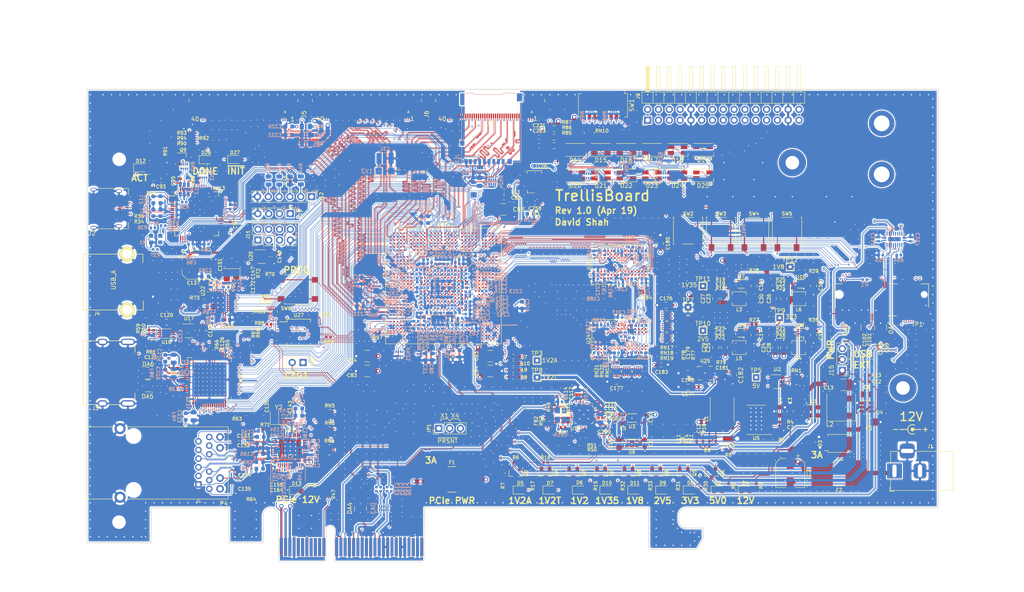
<source format=kicad_pcb>
(kicad_pcb (version 20210824) (generator pcbnew)

  (general
    (thickness 1.6)
  )

  (paper "A4")
  (layers
    (0 "F.Cu" signal)
    (1 "In1.Cu" signal)
    (2 "In2.Cu" signal)
    (3 "In3.Cu" signal)
    (4 "In4.Cu" signal)
    (5 "In5.Cu" signal)
    (6 "In6.Cu" signal)
    (31 "B.Cu" signal)
    (32 "B.Adhes" user "B.Adhesive")
    (33 "F.Adhes" user "F.Adhesive")
    (34 "B.Paste" user)
    (35 "F.Paste" user)
    (36 "B.SilkS" user "B.Silkscreen")
    (37 "F.SilkS" user "F.Silkscreen")
    (38 "B.Mask" user)
    (39 "F.Mask" user)
    (40 "Dwgs.User" user "User.Drawings")
    (41 "Cmts.User" user "User.Comments")
    (42 "Eco1.User" user "User.Eco1")
    (43 "Eco2.User" user "User.Eco2")
    (44 "Edge.Cuts" user)
    (45 "Margin" user)
    (46 "B.CrtYd" user "B.Courtyard")
    (47 "F.CrtYd" user "F.Courtyard")
    (48 "B.Fab" user)
    (49 "F.Fab" user)
  )

  (setup
    (pad_to_mask_clearance 0.051)
    (solder_mask_min_width 0.25)
    (pcbplotparams
      (layerselection 0x00010fc_ffffffff)
      (disableapertmacros false)
      (usegerberextensions true)
      (usegerberattributes false)
      (usegerberadvancedattributes false)
      (creategerberjobfile false)
      (svguseinch false)
      (svgprecision 6)
      (excludeedgelayer true)
      (plotframeref false)
      (viasonmask false)
      (mode 1)
      (useauxorigin false)
      (hpglpennumber 1)
      (hpglpenspeed 20)
      (hpglpendiameter 15.000000)
      (dxfpolygonmode true)
      (dxfimperialunits true)
      (dxfusepcbnewfont true)
      (psnegative false)
      (psa4output false)
      (plotreference true)
      (plotvalue false)
      (plotinvisibletext false)
      (sketchpadsonfab false)
      (subtractmaskfromsilk false)
      (outputformat 1)
      (mirror false)
      (drillshape 0)
      (scaleselection 1)
      (outputdirectory "mainboard_prod")
    )
  )

  (net 0 "")
  (net 1 "/PCIe + SATA/DCU1_REFCLK-")
  (net 2 "/PCIe + SATA/DCU1_REFCLK+")
  (net 3 "DDR3_A4")
  (net 4 "DDR3_A6")
  (net 5 "DDR3_A5")
  (net 6 "DDR3_A7")
  (net 7 "/DDR3/DDR3_VTT")
  (net 8 "Net-(R38-Pad2)")
  (net 9 "+3V3")
  (net 10 "/Power/1V2_EN")
  (net 11 "/Power/2V5_EN")
  (net 12 "/Power/1V35_EN")
  (net 13 "Net-(RN1-Pad4)")
  (net 14 "+5V")
  (net 15 "Net-(RN1-Pad5)")
  (net 16 "USD_D0")
  (net 17 "USD_D3")
  (net 18 "USD_CMD")
  (net 19 "USD_D2")
  (net 20 "Net-(RN23-Pad1)")
  (net 21 "GND")
  (net 22 "/FPGA IO/CFG0")
  (net 23 "Net-(RN23-Pad8)")
  (net 24 "/FPGA IO/CFG1")
  (net 25 "/FPGA IO/CFG2")
  (net 26 "/FPGA IO/FLASH_D3")
  (net 27 "/FPGA IO/FLASH_D1")
  (net 28 "/FPGA IO/FLASH_D2")
  (net 29 "/FPGA IO/FLASH_D0")
  (net 30 "DDR3_WE")
  (net 31 "DDR3_CKE")
  (net 32 "DDR3_CS")
  (net 33 "DDR3_ODT")
  (net 34 "DDR3_CAS")
  (net 35 "DDR3_BA2")
  (net 36 "DDR3_RAS")
  (net 37 "DDR3_BA1")
  (net 38 "DDR3_A12")
  (net 39 "DDR3_A14")
  (net 40 "DDR3_A13")
  (net 41 "DDR3_BA0")
  (net 42 "DDR3_A11")
  (net 43 "DDR3_A9")
  (net 44 "DDR3_A10")
  (net 45 "DDR3_A8")
  (net 46 "DDR3_A0")
  (net 47 "DDR3_A2")
  (net 48 "DDR3_A1")
  (net 49 "DDR3_A3")
  (net 50 "/HDMI, GbE, USB/ETH_LED2")
  (net 51 "ETH_~{RESET}")
  (net 52 "/HDMI, GbE, USB/ETH_LED1")
  (net 53 "RGMII_REF_CLK")
  (net 54 "Net-(D18-Pad4)")
  (net 55 "Net-(D20-Pad4)")
  (net 56 "Net-(D19-Pad4)")
  (net 57 "Net-(D21-Pad4)")
  (net 58 "Net-(D25-Pad4)")
  (net 59 "Net-(D23-Pad4)")
  (net 60 "Net-(D24-Pad4)")
  (net 61 "Net-(D22-Pad4)")
  (net 62 "FTDI_D1_RX")
  (net 63 "FTDI_~{WR}")
  (net 64 "FTDI_~{RD}")
  (net 65 "FTDI_~{SIWU}")
  (net 66 "RGMII_RXD0")
  (net 67 "RGMII_RXD2")
  (net 68 "RGMII_RXD1")
  (net 69 "RGMII_RXD3")
  (net 70 "RGMII_RX_DV")
  (net 71 "ETH_MDIO")
  (net 72 "RGMII_RX_CLK")
  (net 73 "ETH_INT_N")
  (net 74 "Net-(D17-Pad1)")
  (net 75 "Net-(D16-Pad1)")
  (net 76 "Net-(D14-Pad1)")
  (net 77 "Net-(D15-Pad1)")
  (net 78 "DIP_SW1")
  (net 79 "DIP_SW0")
  (net 80 "DIP_SW2")
  (net 81 "DIP_SW3")
  (net 82 "DIP_SW7")
  (net 83 "DIP_SW6")
  (net 84 "DIP_SW4")
  (net 85 "DIP_SW5")
  (net 86 "Net-(D14-Pad4)")
  (net 87 "Net-(D16-Pad4)")
  (net 88 "Net-(D15-Pad4)")
  (net 89 "Net-(D17-Pad4)")
  (net 90 "Net-(D21-Pad1)")
  (net 91 "Net-(D20-Pad1)")
  (net 92 "Net-(D18-Pad1)")
  (net 93 "Net-(D19-Pad1)")
  (net 94 "BTN1")
  (net 95 "BTN0")
  (net 96 "BTN2")
  (net 97 "BTN3")
  (net 98 "Net-(D25-Pad1)")
  (net 99 "Net-(D24-Pad1)")
  (net 100 "Net-(D22-Pad1)")
  (net 101 "Net-(D23-Pad1)")
  (net 102 "/FPGA IO/VCCIO7")
  (net 103 "Net-(R44-Pad2)")
  (net 104 "JTAG_TDO")
  (net 105 "JTAG_TDI")
  (net 106 "Net-(R43-Pad2)")
  (net 107 "Net-(R42-Pad2)")
  (net 108 "JTAG_TCK")
  (net 109 "JTAG_TMS")
  (net 110 "Net-(R45-Pad2)")
  (net 111 "/PCIe + SATA/CLKAUXO+")
  (net 112 "+1V8")
  (net 113 "+2V5")
  (net 114 "/PCIe + SATA/CLKAUXO-")
  (net 115 "/FPGA IO/VCCIO6")
  (net 116 "CLK_SDA")
  (net 117 "Net-(R36-Pad2)")
  (net 118 "FPGA_12MHz")
  (net 119 "/PCIe + SATA/PCIe_REFCLK+")
  (net 120 "/PCIe + SATA/PCIe_REFCLK-")
  (net 121 "PCIe_12V")
  (net 122 "Net-(D13-Pad2)")
  (net 123 "~{PERST}")
  (net 124 "Net-(P3-PadA11)")
  (net 125 "Net-(D12-Pad2)")
  (net 126 "Net-(R40-Pad1)")
  (net 127 "Net-(R39-Pad1)")
  (net 128 "Net-(R38-Pad1)")
  (net 129 "Net-(R12-Pad2)")
  (net 130 "/PCIe + SATA/3V3_C")
  (net 131 "/PCIe + SATA/3V3_CA")
  (net 132 "Net-(R57-Pad1)")
  (net 133 "Net-(R58-Pad2)")
  (net 134 "FABRIC_REFCLK")
  (net 135 "/HDMI, GbE, USB/PORT_SCL")
  (net 136 "/HDMI, GbE, USB/PORT_SDA")
  (net 137 "Net-(C121-Pad1)")
  (net 138 "Net-(R62-Pad1)")
  (net 139 "/Power/3V3_PG")
  (net 140 "Net-(D27-Pad2)")
  (net 141 "/FPGA IO/~{PROGRAM}")
  (net 142 "Net-(R80-Pad1)")
  (net 143 "Net-(R81-Pad1)")
  (net 144 "/FPGA IO/FLASH_~{CS}")
  (net 145 "/FPGA IO/FLASH_CLK")
  (net 146 "/FPGA IO/DONE")
  (net 147 "Net-(Q9-Pad1)")
  (net 148 "Net-(D26-Pad2)")
  (net 149 "Net-(R79-Pad1)")
  (net 150 "/FPGA IO/~{INIT}")
  (net 151 "Net-(C9-Pad1)")
  (net 152 "Net-(C11-Pad1)")
  (net 153 "Net-(Q2-Pad3)")
  (net 154 "Net-(D5-Pad1)")
  (net 155 "/Power/1V2_PG")
  (net 156 "USD_D1")
  (net 157 "USD_CLK")
  (net 158 "Net-(R97-Pad1)")
  (net 159 "Net-(Q2-Pad1)")
  (net 160 "+1V2A")
  (net 161 "Net-(R5-Pad2)")
  (net 162 "Net-(D2-Pad2)")
  (net 163 "Net-(C7-Pad1)")
  (net 164 "Net-(D4-Pad2)")
  (net 165 "+12V")
  (net 166 "Net-(R74-Pad1)")
  (net 167 "/Debug Interface/PORT_D-")
  (net 168 "/Debug Interface/FTDI_D-")
  (net 169 "/Debug Interface/FTDI_D+")
  (net 170 "/Debug Interface/PORT_D+")
  (net 171 "Net-(C22-Pad2)")
  (net 172 "Net-(R71-Pad2)")
  (net 173 "/HDMI, GbE, USB/USB_XO")
  (net 174 "/HDMI, GbE, USB/USB_XI")
  (net 175 "Net-(R73-Pad1)")
  (net 176 "/HDMI, GbE, USB/USBA_VBUS")
  (net 177 "/HDMI, GbE, USB/EXTVBUS")
  (net 178 "DVI_SCL")
  (net 179 "DVI_SDA")
  (net 180 "CLK_SCL")
  (net 181 "Net-(R70-Pad1)")
  (net 182 "Net-(C175-Pad2)")
  (net 183 "DDR3_CLK+")
  (net 184 "Net-(P4-Pad16)")
  (net 185 "Net-(R66-Pad1)")
  (net 186 "Net-(R65-Pad1)")
  (net 187 "/HDMI, GbE, USB/HDMI_HPD")
  (net 188 "DDR3_CLK-")
  (net 189 "Net-(C179-Pad1)")
  (net 190 "+1V35")
  (net 191 "+1V2")
  (net 192 "Net-(D10-Pad2)")
  (net 193 "Net-(P4-Pad14)")
  (net 194 "Net-(C12-Pad2)")
  (net 195 "Net-(D6-Pad2)")
  (net 196 "+1V2T")
  (net 197 "Net-(Q4-Pad1)")
  (net 198 "Net-(Q4-Pad3)")
  (net 199 "Net-(D7-Pad1)")
  (net 200 "Net-(C19-Pad2)")
  (net 201 "Net-(C20-Pad2)")
  (net 202 "Net-(C21-Pad2)")
  (net 203 "/Debug Interface/FTDI_12MHz")
  (net 204 "Net-(D11-Pad2)")
  (net 205 "/Power/2V5_PG")
  (net 206 "/Power/1V35_PG")
  (net 207 "/Power/1V8_PG")
  (net 208 "Net-(D8-Pad2)")
  (net 209 "Net-(D9-Pad2)")
  (net 210 "Net-(C8-Pad2)")
  (net 211 "Net-(C8-Pad1)")
  (net 212 "/Power/PWR_EN")
  (net 213 "/HDMI, GbE, USB/HDMI_5V")
  (net 214 "Net-(U17-Pad3)")
  (net 215 "Net-(D9-Pad1)")
  (net 216 "Net-(D11-Pad1)")
  (net 217 "Net-(D26-Pad1)")
  (net 218 "Net-(D2-Pad1)")
  (net 219 "Net-(D6-Pad1)")
  (net 220 "Net-(D10-Pad1)")
  (net 221 "Net-(D8-Pad1)")
  (net 222 "Net-(U1-Pad3)")
  (net 223 "DDR3_Vref")
  (net 224 "DDR3_Vtt_EN")
  (net 225 "Net-(U5-Pad2)")
  (net 226 "Net-(L1-Pad1)")
  (net 227 "Net-(C11-Pad2)")
  (net 228 "Net-(U13-Pad3)")
  (net 229 "/Debug Interface/Vphy")
  (net 230 "/Debug Interface/Vpll")
  (net 231 "/Debug Interface/JTAG_ACT")
  (net 232 "Net-(U13-Pad22)")
  (net 233 "Net-(U13-Pad23)")
  (net 234 "Net-(U13-Pad24)")
  (net 235 "Net-(U13-Pad26)")
  (net 236 "Net-(U13-Pad27)")
  (net 237 "Net-(U13-Pad28)")
  (net 238 "Net-(U13-Pad29)")
  (net 239 "Net-(U13-Pad30)")
  (net 240 "Net-(U13-Pad32)")
  (net 241 "Net-(U13-Pad33)")
  (net 242 "Net-(U13-Pad34)")
  (net 243 "Net-(U13-Pad36)")
  (net 244 "FTDI_D0_TX")
  (net 245 "FTDI_D2")
  (net 246 "FTDI_D3")
  (net 247 "FTDI_D4")
  (net 248 "FTDI_D5")
  (net 249 "FTDI_D6")
  (net 250 "FTDI_D7")
  (net 251 "FTDI_~{RXF}")
  (net 252 "Net-(U13-Pad49)")
  (net 253 "Net-(U13-Pad50)")
  (net 254 "FTDI_~{TXE}")
  (net 255 "Net-(U13-Pad57)")
  (net 256 "Net-(U13-Pad58)")
  (net 257 "Net-(U13-Pad59)")
  (net 258 "Net-(U13-Pad60)")
  (net 259 "/HDMI, GbE, USB/DVI_DVDD")
  (net 260 "DVI_DE")
  (net 261 "DVI_HSYNC")
  (net 262 "DVI_VSYNC")
  (net 263 "Net-(U19-Pad11)")
  (net 264 "/HDMI, GbE, USB/DVI_PVDD")
  (net 265 "/HDMI, GbE, USB/TMDS_CLK-")
  (net 266 "/HDMI, GbE, USB/TMDS_CLK+")
  (net 267 "/HDMI, GbE, USB/DVI_TVDD")
  (net 268 "/HDMI, GbE, USB/TMDS_D0-")
  (net 269 "/HDMI, GbE, USB/TMDS_D0+")
  (net 270 "/HDMI, GbE, USB/TMDS_D1-")
  (net 271 "/HDMI, GbE, USB/TMDS_D1+")
  (net 272 "/HDMI, GbE, USB/TMDS_D2-")
  (net 273 "/HDMI, GbE, USB/TMDS_D2+")
  (net 274 "DVI_D23")
  (net 275 "DVI_D22")
  (net 276 "DVI_D21")
  (net 277 "DVI_D20")
  (net 278 "DVI_D19")
  (net 279 "DVI_D18")
  (net 280 "DVI_D17")
  (net 281 "DVI_D16")
  (net 282 "DVI_D15")
  (net 283 "DVI_D14")
  (net 284 "DVI_D13")
  (net 285 "DVI_D12")
  (net 286 "Net-(U19-Pad49)")
  (net 287 "DVI_D11")
  (net 288 "DVI_D10")
  (net 289 "DVI_D9")
  (net 290 "DVI_D8")
  (net 291 "DVI_D7")
  (net 292 "DVI_D6")
  (net 293 "DVI_CLK")
  (net 294 "DVI_D5")
  (net 295 "DVI_D4")
  (net 296 "DVI_D3")
  (net 297 "DVI_D2")
  (net 298 "DVI_D1")
  (net 299 "DVI_D0")
  (net 300 "/HDMI, GbE, USB/AVDDH")
  (net 301 "/HDMI, GbE, USB/MX4-")
  (net 302 "/HDMI, GbE, USB/MX4+")
  (net 303 "/HDMI, GbE, USB/AVDDL")
  (net 304 "/HDMI, GbE, USB/MX3-")
  (net 305 "/HDMI, GbE, USB/MX3+")
  (net 306 "/HDMI, GbE, USB/MX2-")
  (net 307 "/HDMI, GbE, USB/MX2+")
  (net 308 "/HDMI, GbE, USB/MX1-")
  (net 309 "/HDMI, GbE, USB/MX1+")
  (net 310 "Net-(U21-Pad13)")
  (net 311 "RGMII_TXD0")
  (net 312 "RGMII_TXD1")
  (net 313 "RGMII_TXD2")
  (net 314 "RGMII_TXD3")
  (net 315 "RGMII_TX_CLK")
  (net 316 "RGMII_TX_EN")
  (net 317 "ETH_MDC")
  (net 318 "Net-(U21-Pad43)")
  (net 319 "/HDMI, GbE, USB/AVDDL_PLL")
  (net 320 "/HDMI, GbE, USB/ETH_XO")
  (net 321 "/HDMI, GbE, USB/ETH_XI")
  (net 322 "Net-(U21-Pad47)")
  (net 323 "Net-(U22-Pad3)")
  (net 324 "Net-(U22-Pad5)")
  (net 325 "/HDMI, GbE, USB/USBA_D+")
  (net 326 "/HDMI, GbE, USB/USBA_D-")
  (net 327 "ULPI_RESET")
  (net 328 "ULPI_NXT")
  (net 329 "ULPI_DIR")
  (net 330 "ULPI_STP")
  (net 331 "ULPI_CLKO")
  (net 332 "/HDMI, GbE, USB/USB1V8")
  (net 333 "ULPI_D7")
  (net 334 "ULPI_D6")
  (net 335 "ULPI_D5")
  (net 336 "ULPI_D4")
  (net 337 "ULPI_D3")
  (net 338 "ULPI_D2")
  (net 339 "ULPI_D1")
  (net 340 "ULPI_D0")
  (net 341 "Net-(C117-Pad1)")
  (net 342 "Net-(C115-Pad2)")
  (net 343 "CLK_SD_OE")
  (net 344 "/PCIe + SATA/1V8_C")
  (net 345 "Net-(U16-Pad16)")
  (net 346 "/PCIe + SATA/DCU0_REFCLK-")
  (net 347 "/PCIe + SATA/DCU0_REFCLK+")
  (net 348 "Net-(U16-Pad24)")
  (net 349 "DDR3_DQ13")
  (net 350 "DDR3_DQ15")
  (net 351 "DDR3_DQ12")
  (net 352 "DDR3_DQS1-")
  (net 353 "DDR3_DQ14")
  (net 354 "DDR3_DQ11")
  (net 355 "DDR3_DQ9")
  (net 356 "DDR3_DQS1+")
  (net 357 "DDR3_DQ10")
  (net 358 "DDR3_DM1")
  (net 359 "DDR3_DQ8")
  (net 360 "DDR3_DQ0")
  (net 361 "DDR3_DM0")
  (net 362 "DDR3_DQ2")
  (net 363 "DDR3_DQS0+")
  (net 364 "DDR3_DQ1")
  (net 365 "DDR3_DQ3")
  (net 366 "DDR3_DQ6")
  (net 367 "DDR3_DQS0-")
  (net 368 "DDR3_DQ4")
  (net 369 "DDR3_DQ7")
  (net 370 "DDR3_DQ5")
  (net 371 "Net-(U23-PadJ1)")
  (net 372 "Net-(U23-PadJ9)")
  (net 373 "Net-(U23-PadL1)")
  (net 374 "Net-(U23-PadL9)")
  (net 375 "Net-(U23-PadM7)")
  (net 376 "DDR3_RESET")
  (net 377 "Net-(U24-PadM7)")
  (net 378 "Net-(U24-PadL9)")
  (net 379 "Net-(U24-PadL1)")
  (net 380 "Net-(U24-PadJ9)")
  (net 381 "Net-(U24-PadJ1)")
  (net 382 "DDR3_DQ21")
  (net 383 "DDR3_DQ23")
  (net 384 "DDR3_DQ20")
  (net 385 "DDR3_DQS2-")
  (net 386 "DDR3_DQ22")
  (net 387 "DDR3_DQ19")
  (net 388 "DDR3_DQ17")
  (net 389 "DDR3_DQS2+")
  (net 390 "DDR3_DQ18")
  (net 391 "DDR3_DM2")
  (net 392 "DDR3_DQ16")
  (net 393 "DDR3_DQ24")
  (net 394 "DDR3_DM3")
  (net 395 "DDR3_DQ26")
  (net 396 "DDR3_DQS3+")
  (net 397 "DDR3_DQ25")
  (net 398 "DDR3_DQ27")
  (net 399 "DDR3_DQ30")
  (net 400 "DDR3_DQS3-")
  (net 401 "DDR3_DQ28")
  (net 402 "DDR3_DQ31")
  (net 403 "DDR3_DQ29")
  (net 404 "Net-(X1-Pad1)")
  (net 405 "Net-(L4-Pad1)")
  (net 406 "Net-(L5-Pad1)")
  (net 407 "Net-(L3-Pad1)")
  (net 408 "Net-(L6-Pad1)")
  (net 409 "/FPGA Core Power/VCCHTX1")
  (net 410 "/FPGA Core Power/VCCHTX0")
  (net 411 "/FPGA Core Power/VCCA0")
  (net 412 "/FPGA Core Power/VCCAUX")
  (net 413 "/FPGA Core Power/VCCA1")
  (net 414 "/PCIe + SATA/DCU1_RX1-")
  (net 415 "/PCIe + SATA/DCU1_RX1+")
  (net 416 "/PCIe + SATA/DCU1_RX0-")
  (net 417 "/PCIe + SATA/DCU1_RX0+")
  (net 418 "/PCIe + SATA/PCIe_HSI0+")
  (net 419 "/PCIe + SATA/PCIe_HSI0-")
  (net 420 "/PCIe + SATA/PCIe_HSI1+")
  (net 421 "/PCIe + SATA/PCIe_HSI1-")
  (net 422 "/PCIe + SATA/DCU0_RX0+")
  (net 423 "/PCIe + SATA/DCU0_RX0-")
  (net 424 "/PCIe + SATA/DCU0_RX1+")
  (net 425 "/PCIe + SATA/DCU0_RX1-")
  (net 426 "Net-(U6-Pad2)")
  (net 427 "Net-(U6-Pad5)")
  (net 428 "Net-(U3-Pad5)")
  (net 429 "Net-(U3-Pad2)")
  (net 430 "Net-(U10-Pad4)")
  (net 431 "Net-(U9-Pad4)")
  (net 432 "Net-(U8-Pad4)")
  (net 433 "Net-(U7-Pad4)")
  (net 434 "/FPGA IO/EXT0_11-")
  (net 435 "/FPGA IO/EXT0_11+")
  (net 436 "/FPGA IO/EXT0_10-")
  (net 437 "/FPGA IO/EXT0_10+")
  (net 438 "/FPGA IO/EXT0_9-")
  (net 439 "/FPGA IO/EXT0_9+")
  (net 440 "/FPGA IO/EXT0_8-")
  (net 441 "/FPGA IO/EXT0_8+")
  (net 442 "/FPGA IO/EXT0_7-")
  (net 443 "/FPGA IO/EXT0_7+")
  (net 444 "/FPGA IO/EXT0_6-")
  (net 445 "/FPGA IO/EXT0_6+")
  (net 446 "/FPGA IO/EXT0_5-")
  (net 447 "/FPGA IO/EXT0_5+")
  (net 448 "/FPGA IO/EXT0_4-")
  (net 449 "/FPGA IO/EXT0_4+")
  (net 450 "/FPGA IO/EXT0_3-")
  (net 451 "/FPGA IO/EXT0_3+")
  (net 452 "/FPGA IO/EXT0_2-")
  (net 453 "/FPGA IO/EXT0_2+")
  (net 454 "/FPGA IO/EXT0_1-")
  (net 455 "/FPGA IO/EXT0_1+")
  (net 456 "/FPGA IO/EXT0_0-")
  (net 457 "/FPGA IO/EXT0_0+")
  (net 458 "/FPGA IO/EXT1_11-")
  (net 459 "/FPGA IO/EXT1_11+")
  (net 460 "/FPGA IO/EXT1_10-")
  (net 461 "/FPGA IO/EXT1_10+")
  (net 462 "/FPGA IO/EXT1_9-")
  (net 463 "/FPGA IO/EXT1_9+")
  (net 464 "/FPGA IO/EXT1_8-")
  (net 465 "/FPGA IO/EXT1_8+")
  (net 466 "/FPGA IO/EXT1_7-")
  (net 467 "/FPGA IO/EXT1_7+")
  (net 468 "/FPGA IO/EXT1_6-")
  (net 469 "/FPGA IO/EXT1_6+")
  (net 470 "/FPGA IO/EXT1_5-")
  (net 471 "/FPGA IO/EXT1_5+")
  (net 472 "/FPGA IO/EXT1_4-")
  (net 473 "/FPGA IO/EXT1_4+")
  (net 474 "/FPGA IO/EXT1_3-")
  (net 475 "/FPGA IO/EXT1_3+")
  (net 476 "/FPGA IO/EXT1_2-")
  (net 477 "/FPGA IO/EXT1_2+")
  (net 478 "/FPGA IO/EXT1_1-")
  (net 479 "/FPGA IO/EXT1_1+")
  (net 480 "/FPGA IO/EXT1_0-")
  (net 481 "/FPGA IO/EXT1_0+")
  (net 482 "/FPGA IO/EXT2_0+")
  (net 483 "/FPGA IO/EXT2_0-")
  (net 484 "/FPGA IO/EXT2_1+")
  (net 485 "/FPGA IO/EXT2_1-")
  (net 486 "/FPGA IO/EXT2_2+")
  (net 487 "/FPGA IO/EXT2_2-")
  (net 488 "/FPGA IO/EXT2_3+")
  (net 489 "/FPGA IO/EXT2_3-")
  (net 490 "/FPGA IO/EXT2_4+")
  (net 491 "/FPGA IO/EXT2_4-")
  (net 492 "/FPGA IO/EXT2_5+")
  (net 493 "/FPGA IO/EXT2_5-")
  (net 494 "/FPGA IO/EXT2_6+")
  (net 495 "/FPGA IO/EXT2_6-")
  (net 496 "/FPGA IO/EXT2_7+")
  (net 497 "/FPGA IO/EXT2_7-")
  (net 498 "/FPGA IO/EXT2_8+")
  (net 499 "/FPGA IO/EXT2_8-")
  (net 500 "/FPGA IO/EXT2_9+")
  (net 501 "/FPGA IO/EXT2_9-")
  (net 502 "/FPGA IO/EXT2_10+")
  (net 503 "/FPGA IO/EXT2_10-")
  (net 504 "/FPGA IO/EXT2_11+")
  (net 505 "/FPGA IO/EXT2_11-")
  (net 506 "Net-(C132-Pad1)")
  (net 507 "Net-(C135-Pad1)")
  (net 508 "Net-(C133-Pad1)")
  (net 509 "Net-(C134-Pad1)")
  (net 510 "PCIe_~{WAKE}")
  (net 511 "/PCIe + SATA/~{PRSNT2}_X1")
  (net 512 "/PCIe + SATA/~{PRSNT2}_X4")
  (net 513 "/PCIe + SATA/~{PRSNT1}")
  (net 514 "Net-(U26-Pad1)")
  (net 515 "Net-(U26-Pad2)")
  (net 516 "/FPGA IO/CLK100+")
  (net 517 "/FPGA IO/CLK100-")
  (net 518 "Net-(J3-Pad14)")
  (net 519 "Net-(J3-Pad13)")
  (net 520 "LED2")
  (net 521 "LED11")
  (net 522 "LED10")
  (net 523 "LED0")
  (net 524 "LED1")
  (net 525 "LED3")
  (net 526 "LED4")
  (net 527 "LED5")
  (net 528 "LED6")
  (net 529 "LED7")
  (net 530 "LED8")
  (net 531 "LED9")
  (net 532 "Net-(F2-Pad2)")
  (net 533 "Net-(U15-PadR1)")
  (net 534 "Net-(U15-PadT2)")
  (net 535 "Net-(U15-PadAB2)")
  (net 536 "Net-(U15-PadAC2)")
  (net 537 "Net-(U15-PadAE2)")
  (net 538 "Net-(U15-PadAG2)")
  (net 539 "Net-(U15-PadA3)")
  (net 540 "Net-(U15-PadV3)")
  (net 541 "Net-(U15-PadW3)")
  (net 542 "Net-(U15-PadY3)")
  (net 543 "Net-(U15-PadAC3)")
  (net 544 "Net-(U15-PadAG3)")
  (net 545 "Net-(U15-PadAL3)")
  (net 546 "Net-(U15-PadB4)")
  (net 547 "Net-(U15-PadH4)")
  (net 548 "Net-(U15-PadAC4)")
  (net 549 "Net-(U15-PadA5)")
  (net 550 "Net-(U15-PadL5)")
  (net 551 "Net-(U15-PadW6)")
  (net 552 "Net-(U15-PadD7)")
  (net 553 "Net-(U15-PadE7)")
  (net 554 "Net-(U15-PadAE7)")
  (net 555 "Net-(U15-PadG9)")
  (net 556 "/PCIe + SATA/DCU0_TX0+")
  (net 557 "Net-(U15-PadG10)")
  (net 558 "/PCIe + SATA/DCU0_TX0-")
  (net 559 "Net-(U15-PadG11)")
  (net 560 "/PCIe + SATA/DCU0_TX1+")
  (net 561 "/PCIe + SATA/DCU0_TX1-")
  (net 562 "/FPGA IO/PMOD1_10")
  (net 563 "/FPGA IO/PMOD1_9")
  (net 564 "Net-(U15-PadG14)")
  (net 565 "Net-(U15-PadG15)")
  (net 566 "Net-(U15-PadAK15)")
  (net 567 "Net-(U15-PadG16)")
  (net 568 "Net-(U15-PadAK16)")
  (net 569 "Net-(U15-PadG17)")
  (net 570 "Net-(U15-PadG18)")
  (net 571 "/PCIe + SATA/DCU1_TX0+")
  (net 572 "Net-(U15-PadG19)")
  (net 573 "/PCIe + SATA/DCU1_TX0-")
  (net 574 "/FPGA IO/PMOD1_8")
  (net 575 "/FPGA IO/PMOD1_7")
  (net 576 "/PCIe + SATA/DCU1_TX1+")
  (net 577 "/PCIe + SATA/DCU1_TX1-")
  (net 578 "/FPGA IO/EXIO_5")
  (net 579 "/FPGA IO/EXIO_4")
  (net 580 "/FPGA IO/EXIO_3")
  (net 581 "Net-(U15-PadG22)")
  (net 582 "/FPGA IO/PMOD1_3")
  (net 583 "/FPGA IO/PMOD1_2")
  (net 584 "/FPGA IO/PMOD1_0")
  (net 585 "/FPGA IO/PMOD1_1")
  (net 586 "/FPGA IO/EXIO_2")
  (net 587 "Net-(U15-PadG23)")
  (net 588 "/FPGA IO/EXIO_1")
  (net 589 "/FPGA IO/PMOD0_10")
  (net 590 "/FPGA IO/EXIO_0")
  (net 591 "/FPGA IO/PMOD0_9")
  (net 592 "Net-(U15-PadG24)")
  (net 593 "Net-(U15-PadAG24)")
  (net 594 "Net-(U15-PadAK24)")
  (net 595 "/FPGA IO/PMOD0_8")
  (net 596 "/FPGA IO/PMOD0_3")
  (net 597 "/FPGA IO/PMOD0_7")
  (net 598 "/FPGA IO/PMOD0_2")
  (net 599 "/FPGA IO/PMOD0_1")
  (net 600 "Net-(U15-PadAK25)")
  (net 601 "/FPGA IO/PMOD0_0")
  (net 602 "Net-(U15-PadB26)")
  (net 603 "Net-(U15-PadE26)")
  (net 604 "Net-(U15-PadAE26)")
  (net 605 "Net-(U15-PadJ27)")
  (net 606 "Net-(U15-PadW27)")
  (net 607 "Net-(U15-PadC28)")
  (net 608 "Net-(U15-PadL28)")
  (net 609 "Net-(U15-PadAC28)")
  (net 610 "Net-(U15-PadH29)")
  (net 611 "Net-(U15-PadP29)")
  (net 612 "Net-(U15-PadAB29)")
  (net 613 "Net-(U15-PadAC29)")
  (net 614 "Net-(U15-PadAE29)")
  (net 615 "Net-(U15-PadAJ29)")
  (net 616 "Net-(U15-PadP30)")
  (net 617 "Net-(U15-PadR30)")
  (net 618 "Net-(U15-PadV30)")
  (net 619 "Net-(U15-PadAB30)")
  (net 620 "Net-(U15-PadAE30)")
  (net 621 "Net-(U15-PadAJ30)")
  (net 622 "Net-(U15-PadA31)")
  (net 623 "Net-(U15-PadAG31)")
  (net 624 "Net-(U15-PadAK31)")
  (net 625 "Net-(U15-PadAG32)")
  (net 626 "Net-(U15-PadAD27)")
  (net 627 "Net-(U15-PadF30)")
  (net 628 "Net-(U15-PadN27)")
  (net 629 "Net-(U15-PadU29)")
  (net 630 "Net-(U15-PadW1)")
  (net 631 "Net-(U15-PadV1)")
  (net 632 "Net-(U15-PadY7)")
  (net 633 "Net-(U15-PadY6)")
  (net 634 "Net-(U15-PadAC5)")
  (net 635 "Net-(U15-PadAD4)")
  (net 636 "Net-(U15-PadY4)")
  (net 637 "Net-(U15-PadW4)")
  (net 638 "Net-(U15-PadJ4)")
  (net 639 "Net-(U15-PadL3)")
  (net 640 "Net-(U15-PadL2)")
  (net 641 "Net-(U15-PadK2)")
  (net 642 "Net-(U15-PadL1)")
  (net 643 "Net-(U15-PadK1)")
  (net 644 "Net-(U15-PadJ1)")
  (net 645 "Net-(U15-PadD1)")
  (net 646 "Net-(U15-PadC1)")
  (net 647 "Net-(U15-PadF2)")
  (net 648 "Net-(U15-PadE1)")
  (net 649 "Net-(U15-PadE4)")
  (net 650 "Net-(U15-PadD4)")
  (net 651 "Net-(P1-Pad52)")
  (net 652 "M2_CLKSEL")
  (net 653 "Net-(R54-Pad1)")
  (net 654 "/PCIe + SATA/M2_REFCLK+")
  (net 655 "/PCIe + SATA/M2_REFCLK-")
  (net 656 "Net-(U11-Pad17)")
  (net 657 "Net-(U11-Pad16)")
  (net 658 "/PCIe + SATA/CLKREFO+")
  (net 659 "/PCIe + SATA/CLKREFO-")
  (net 660 "/PCIe + SATA/M2_RX0+")
  (net 661 "/PCIe + SATA/M2_RX0-")
  (net 662 "/PCIe + SATA/M2_RX1+")
  (net 663 "/PCIe + SATA/M2_RX1-")
  (net 664 "M2_CTS")
  (net 665 "M2_RTS")
  (net 666 "M2_SDIO_D0")
  (net 667 "M2_TXD")
  (net 668 "M2_SDIO_D3")
  (net 669 "M2_SDIO_D2")
  (net 670 "M2_SDIO_D1")
  (net 671 "M2_SDIO_CLK")
  (net 672 "M2_SDIO_CMD")
  (net 673 "Net-(P1-Pad3)")
  (net 674 "Net-(P1-Pad5)")
  (net 675 "Net-(P1-Pad6)")
  (net 676 "Net-(P1-Pad8)")
  (net 677 "Net-(P1-Pad10)")
  (net 678 "Net-(P1-Pad12)")
  (net 679 "Net-(P1-Pad14)")
  (net 680 "Net-(P1-Pad16)")
  (net 681 "Net-(P1-Pad20)")
  (net 682 "Net-(P1-Pad21)")
  (net 683 "Net-(P1-Pad23)")
  (net 684 "Net-(P1-Pad38)")
  (net 685 "Net-(P1-Pad40)")
  (net 686 "Net-(P1-Pad42)")
  (net 687 "Net-(P1-Pad44)")
  (net 688 "Net-(P1-Pad46)")
  (net 689 "Net-(P1-Pad48)")
  (net 690 "Net-(P1-Pad50)")
  (net 691 "Net-(P1-Pad53)")
  (net 692 "Net-(P1-Pad54)")
  (net 693 "Net-(P1-Pad55)")
  (net 694 "Net-(P1-Pad56)")
  (net 695 "Net-(P1-Pad58)")
  (net 696 "Net-(P1-Pad60)")
  (net 697 "Net-(P1-Pad62)")
  (net 698 "Net-(P1-Pad64)")
  (net 699 "Net-(P1-Pad66)")
  (net 700 "Net-(P1-Pad68)")
  (net 701 "Net-(P1-Pad70)")
  (net 702 "Net-(C258-Pad1)")
  (net 703 "M2_RXD")
  (net 704 "Net-(U15-PadA4)")
  (net 705 "Net-(RN2-Pad4)")
  (net 706 "Net-(RN2-Pad2)")
  (net 707 "Net-(RN2-Pad3)")
  (net 708 "Net-(C260-Pad1)")
  (net 709 "Net-(C13-Pad1)")
  (net 710 "USB_5V")
  (net 711 "Net-(J2-PadB11)")
  (net 712 "Net-(J2-PadB10)")
  (net 713 "Net-(J2-PadB8)")
  (net 714 "Net-(J2-PadB5)")
  (net 715 "Net-(J2-PadB3)")
  (net 716 "Net-(J2-PadB2)")
  (net 717 "Net-(J2-PadA11)")
  (net 718 "Net-(J2-PadA8)")
  (net 719 "Net-(J2-PadA10)")
  (net 720 "Net-(J2-PadA5)")
  (net 721 "Net-(J2-PadA3)")
  (net 722 "Net-(J2-PadA2)")
  (net 723 "Net-(J16-Pad1)")
  (net 724 "Net-(J17-Pad1)")

  (footprint "Package_TO_SOT_SMD:SOT-23-5" (layer "F.Cu") (at 64.2 80.55))

  (footprint "Button_Switch_SMD:SW_SPST_B3S-1000" (layer "F.Cu") (at 89.8 70.8 180))

  (footprint "Button_Switch_SMD:SW_SPST_B3S-1000" (layer "F.Cu") (at 204.75 57 90))

  (footprint "Button_Switch_SMD:SW_SPST_B3S-1000" (layer "F.Cu") (at 197 57 90))

  (footprint "Button_Switch_SMD:SW_SPST_B3S-1000" (layer "F.Cu") (at 189.25 57 90))

  (footprint "Button_Switch_SMD:SW_SPST_B3S-1000" (layer "F.Cu") (at 181.5 57 90))

  (footprint "Capacitor_SMD:CP_Elec_6.3x5.8" (layer "F.Cu") (at 205.5 114 -90))

  (footprint "Capacitor_SMD:CP_Elec_6.3x5.8" (layer "F.Cu") (at 66 65))

  (footprint "Capacitor_SMD:C_0402_1005Metric" (layer "F.Cu") (at 191.5 69.5))

  (footprint "Capacitor_SMD:C_0402_1005Metric" (layer "F.Cu") (at 183.5 106 90))

  (footprint "Capacitor_SMD:C_0402_1005Metric" (layer "F.Cu") (at 185 106 90))

  (footprint "Capacitor_SMD:C_0402_1005Metric" (layer "F.Cu") (at 203.5 103))

  (footprint "Capacitor_SMD:C_0402_1005Metric" (layer "F.Cu") (at 82.2 71.3 180))

  (footprint "Capacitor_SMD:C_0402_1005Metric" (layer "F.Cu") (at 186.5 103.5 -90))

  (footprint "Capacitor_SMD:C_0402_1005Metric" (layer "F.Cu") (at 205.515 82))

  (footprint "Capacitor_SMD:C_0402_1005Metric" (layer "F.Cu") (at 191.485 81))

  (footprint "Capacitor_SMD:C_0402_1005Metric" (layer "F.Cu") (at 205.5 69.5))

  (footprint "Capacitor_SMD:C_0402_1005Metric" (layer "F.Cu") (at 156.2 96.05 90))

  (footprint "Capacitor_SMD:C_0402_1005Metric" (layer "F.Cu") (at 160.9 98.75))

  (footprint "Capacitor_SMD:C_0402_1005Metric" (layer "F.Cu") (at 155.2 96.05 90))

  (footprint "Capacitor_SMD:C_0402_1005Metric" (layer "F.Cu") (at 152 101.55 -90))

  (footprint "Capacitor_SMD:C_0402_1005Metric" (layer "F.Cu") (at 55.4 84.2 180))

  (footprint "Capacitor_SMD:C_0402_1005Metric" (layer "F.Cu") (at 73.9 55.385 -90))

  (footprint "Capacitor_SMD:C_0402_1005Metric" (layer "F.Cu") (at 67.9 83.685 90))

  (footprint "Capacitor_SMD:C_0402_1005Metric" (layer "F.Cu") (at 66.3 45.185 90))

  (footprint "Capacitor_SMD:C_0402_1005Metric" (layer "F.Cu") (at 62.2 45.3 90))

  (footprint "Capacitor_SMD:C_0402_1005Metric" (layer "F.Cu") (at 228 82 -90))

  (footprint "Capacitor_SMD:C_0402_1005Metric" (layer "F.Cu") (at 153.2 101.55 -90))

  (footprint "Capacitor_SMD:C_0402_1005Metric" (layer "F.Cu") (at 160.9 101.05))

  (footprint "Capacitor_SMD:C_0402_1005Metric" (layer "F.Cu") (at 160.93 97.67))

  (footprint "Capacitor_SMD:C_0402_1005Metric" (layer "F.Cu") (at 227 82 -90))

  (footprint "Capacitor_SMD:C_0402_1005Metric" (layer "F.Cu") (at 75.2 113.785 -90))

  (footprint "Capacitor_SMD:C_0402_1005Metric" (layer "F.Cu") (at 75.2 117.385 -90))

  (footprint "Capacitor_SMD:C_0402_1005Metric" (layer "F.Cu") (at 82.5 100.9 -90))

  (footprint "Capacitor_SMD:C_0402_1005Metric" (layer "F.Cu") (at 88 100.985 -90))

  (footprint "Capacitor_SMD:C_0402_1005Metric" (layer "F.Cu") (at 76.9 66.985 90))

  (footprint "Capacitor_SMD:C_0402_1005Metric" (layer "F.Cu") (at 71.4 67.415 -90))

  (footprint "Capacitor_SMD:C_0402_1005Metric" (layer "F.Cu") (at 84.9 113.8 180))

  (footprint "Capacitor_SMD:C_0402_1005Metric" (layer "F.Cu") (at 181.5 88.415 -90))

  (footprint "Capacitor_SMD:C_0402_1005Metric" (layer "F.Cu") (at 189 92))

  (footprint "Capacitor_SMD:C_0402_1005Metric" (layer "F.Cu") (at 75 104.8 -90))

  (footprint "Capacitor_SMD:C_0402_1005Metric" (layer "F.Cu") (at 93.685 76.8 180))

  (footprint "Capacitor_SMD:C_0402_1005Metric" (layer "F.Cu") (at 75 107.215 -90))

  (footprint "Capacitor_SMD:C_0603_1608Metric" (layer "F.Cu") (at 146.5 35 180))

  (footprint "Capacitor_SMD:C_0603_1608Metric" (layer "F.Cu") (at 146.5 37 180))

  (footprint "Capacitor_SMD:C_0805_2012Metric" (layer "F.Cu") (at 192.25 91 -90))

  (footprint "Capacitor_SMD:C_0603_1608Metric" (layer "F.Cu") (at 171.3 101.05 -90))

  (footprint "Capacitor_SMD:C_0603_1608Metric" (layer "F.Cu") (at 84.2 63.1 -90))

  (footprint "Capacitor_SMD:C_0603_1608Metric" (layer "F.Cu") (at 171.5 71.4))

  (footprint "Capacitor_SMD:C_0603_1608Metric" (layer "F.Cu") (at 175.1875 88.6))

  (footprint "Capacitor_SMD:C_0805_2012Metric" (layer "F.Cu") (at 188 73 90))

  (footprint "Capacitor_SMD:C_0805_2012Metric" (layer "F.Cu") (at 190 84.5 90))

  (footprint "Capacitor_SMD:C_0805_2012Metric" (layer "F.Cu") (at 202 84.5 90))

  (footprint "Capacitor_SMD:C_0805_2012Metric" (layer "F.Cu") (at 190 73 90))

  (footprint "Capacitor_SMD:C_0805_2012Metric" (layer "F.Cu") (at 197 81.5 -90))

  (footprint "Capacitor_SMD:C_0805_2012Metric" (layer "F.Cu") (at 211 81.5 -90))

  (footprint "Capacitor_SMD:C_0805_2012Metric" (layer "F.Cu") (at 205.5 99.5 90))

  (footprint "Capacitor_SMD:C_0805_2012Metric" (layer "F.Cu") (at 203 99.5 90))

  (footprint "Capacitor_SMD:C_0805_2012Metric" (layer "F.Cu") (at 166 101.1125 -90))

  (footprint "Capacitor_SMD:C_0805_2012Metric" (layer "F.Cu") (at 197 70 -90))

  (footprint "Capacitor_SMD:C_0805_2012Metric" (layer "F.Cu") (at 165.3 107.1125 -90))

  (footprint "Capacitor_SMD:C_0805_2012Metric" (layer "F.Cu")
    (tedit 5B36C52B) (tstamp 00000000-0000-0000-0000-00005bf65f93)
    (at 176.3125 74.5 180)
    (descr "Capacitor SMD 0805 (2012 Metric), square (rectangular) end terminal, IPC_7351 nominal, (Body size source: https://docs.google.com/spreadsheets/d/1BsfQQcO9C6DZCsRaXUlFlo91Tg2WpOkGARC1WS5S8t0/edit?usp=sharing), generated with kicad-footprint-generator")
    (tags "capacitor")
    (path "/00000000-0000-0000-0000-00006162fa9e/00000000-0000-0000-0000-0000617a8e1c")
    (attr smd)
    (fp_text reference "C176" (at 0 1.55 180) (layer "F.SilkS")
      (effects (font (size 0.8 0.8) (thickness 0.15)))
      (tstamp 5c9f18cc-0470-4890-9169-2f8689e6e663)
    )
    (fp_text value "10µ" (at 0 1.65 180) (layer "F.Fab")
      (effects (font (size 1 1) (thickness 0.15)))
      (tstamp 142661c5-53dd-4153-b935-c4d779e67e1a)
    )
    (fp_text user "${REFERENCE}" (at 0 0 180) (layer "F.Fab")
      (effects (font (size 0.5 0.5) (thickness 0.08)))
      (tstamp d505294b-e290-4085-8bb6-b3e043b550a2)
    )
    (fp_line (start -0.258578 0.71) (end 0.258578 0.71) (layer "F.SilkS") (width 0.12) (tstamp 2af50519-1a8d-4053-b7c8-25fe22cb108e))
    (fp_line (start -0.258578 -0.71) (end 0.258578 -0.71) (layer "F.SilkS") (width 0.12) (tstamp 7880a805-805d-4206-9ad5-f882147c967a))
    (fp_line (start 1.68 -0.95) (end 1.68 0.95) (layer "F.CrtYd") (width 0.05) (tstamp 034380ac-d1f8-463f-a485-3608fd6e74c4))
    (fp_line (start 1.68 0.95) (end -1.68 0.95) (layer "F.CrtYd") (width 0.05) (tstamp 26ea938c-5e48-429d-95cb-4e06da860a1d))
    (fp_line (start -1.68 0.95) (end -1.68 -0.95) (layer "F.CrtYd") (width 0.05) (tstamp 3f9a729c-c200-4e53-a81e-be23a622d243))
    (fp_line (start -1.68 -0.95) (end 1.68 -0.95) (layer "F.CrtYd") (width 0.05) (tstamp ca1c254e-58ca-45c6-8222-e7b6e6679cb2))
    (fp_line (start 1 -0.6) (end 1 0.6) (layer "F.Fab") (width 0.1) (tstamp 0a79475d-e328-48aa-8c7b-ec04f8df410d))
    (fp_line (start 1 0.6) (end -1 0.6) (layer "F.Fab") (width 0.1) (tstamp 3dce3d6e-dccd-4432-bc6a-ec09bd9f1c76))
    (fp_line (start -1
... [15793840 chars truncated]
</source>
